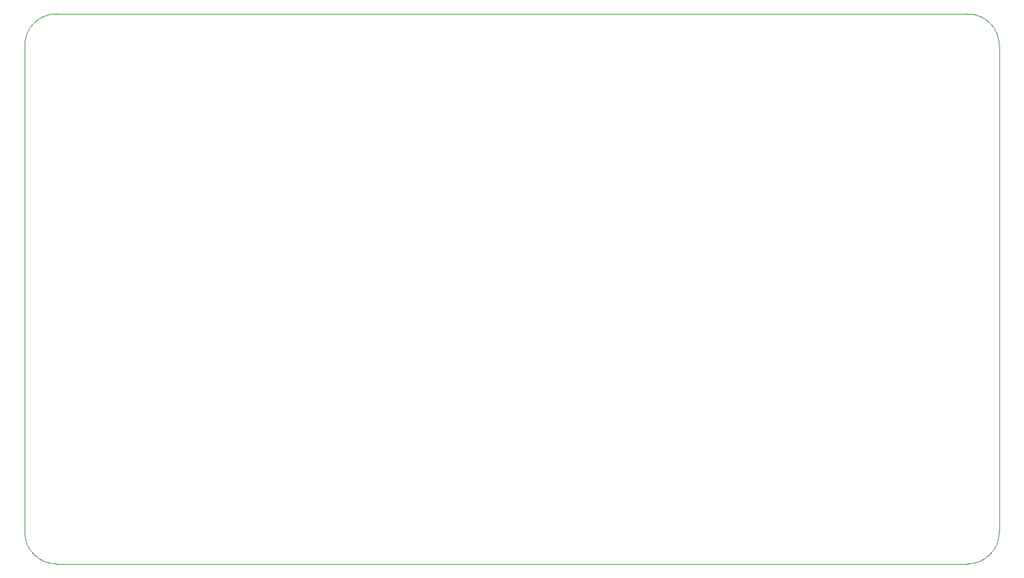
<source format=gbr>
%TF.GenerationSoftware,KiCad,Pcbnew,7.0.1*%
%TF.CreationDate,2023-09-10T23:04:22+01:00*%
%TF.ProjectId,Memory_board,4d656d6f-7279-45f6-926f-6172642e6b69,rev?*%
%TF.SameCoordinates,Original*%
%TF.FileFunction,Profile,NP*%
%FSLAX46Y46*%
G04 Gerber Fmt 4.6, Leading zero omitted, Abs format (unit mm)*
G04 Created by KiCad (PCBNEW 7.0.1) date 2023-09-10 23:04:22*
%MOMM*%
%LPD*%
G01*
G04 APERTURE LIST*
%TA.AperFunction,Profile*%
%ADD10C,0.100000*%
%TD*%
G04 APERTURE END LIST*
D10*
X163000000Y-109000000D02*
G75*
G03*
X167000000Y-113000000I4000000J0D01*
G01*
X287000000Y-47000000D02*
G75*
G03*
X283000000Y-43000000I-4000000J0D01*
G01*
X283000000Y-113000000D02*
G75*
G03*
X287000000Y-109000000I0J4000000D01*
G01*
X287000000Y-47000000D02*
X287000000Y-109000000D01*
X167000000Y-43000000D02*
G75*
G03*
X163000000Y-47000000I0J-4000000D01*
G01*
X163000000Y-109000000D02*
X163000000Y-47000000D01*
X167000000Y-43000000D02*
X283000000Y-43000000D01*
X283000000Y-113000000D02*
X167000000Y-113000000D01*
M02*

</source>
